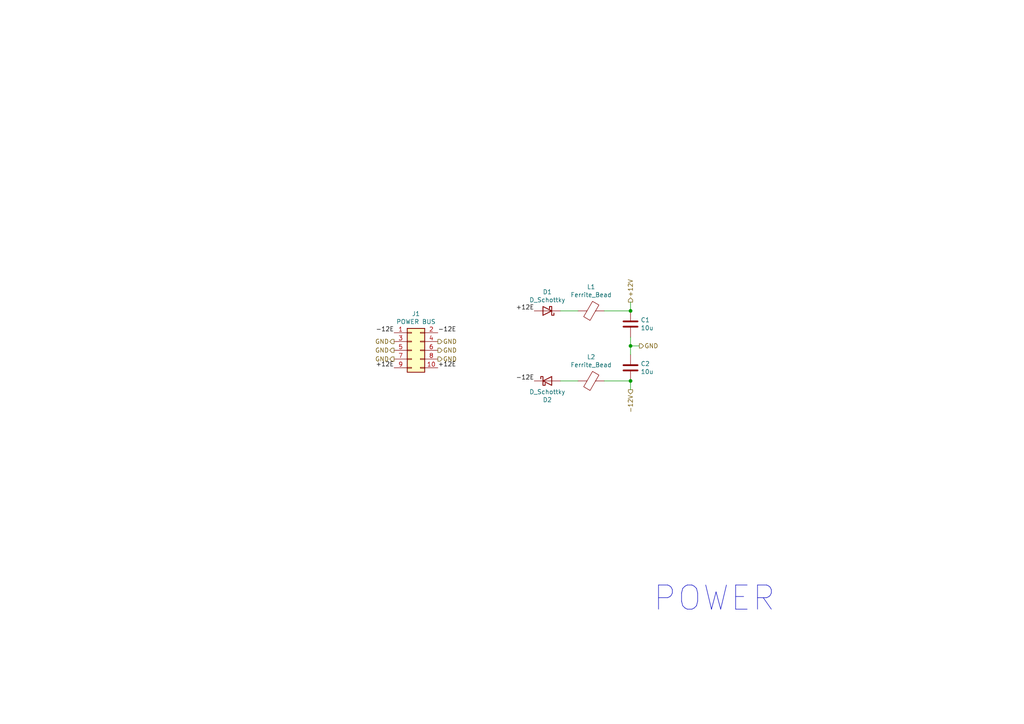
<source format=kicad_sch>
(kicad_sch (version 20211123) (generator eeschema)
  (paper "A4")
  (lib_symbols
    (symbol "Connector_Generic:Conn_02x05_Odd_Even" (pin_names (offset 1.016) hide)
      (property "Reference" "J" (at 1.27 7.62 0))
      (property "Value" "Conn_02x05_Odd_Even" (at 1.27 -7.62 0))
      (symbol "Conn_02x05_Odd_Even_1_1"
        (rectangle (start -1.27 -4.953) (end 0 -5.207) (stroke (width 0.1524)))
        (rectangle (start -1.27 -2.413) (end 0 -2.667) (stroke (width 0.1524)))
        (rectangle (start -1.27 0.127) (end 0 -0.127) (stroke (width 0.1524)))
        (rectangle (start -1.27 2.667) (end 0 2.413) (stroke (width 0.1524)))
        (rectangle (start -1.27 5.207) (end 0 4.953) (stroke (width 0.1524)))
        (rectangle (start -1.27 6.35) (end 3.81 -6.35) (stroke (width 0.254)) (fill (type background)))
        (rectangle (start 3.81 -4.953) (end 2.54 -5.207) (stroke (width 0.1524)))
        (rectangle (start 3.81 -2.413) (end 2.54 -2.667) (stroke (width 0.1524)))
        (rectangle (start 3.81 0.127) (end 2.54 -0.127) (stroke (width 0.1524)))
        (rectangle (start 3.81 2.667) (end 2.54 2.413) (stroke (width 0.1524)))
        (rectangle (start 3.81 5.207) (end 2.54 4.953) (stroke (width 0.1524)))
        (pin passive line (at -5.08 5.08 0) (length 3.81) (name "Pin_1") (number "1"))
        (pin passive line (at 7.62 -5.08 180) (length 3.81) (name "Pin_10") (number "10"))
        (pin passive line (at 7.62 5.08 180) (length 3.81) (name "Pin_2") (number "2"))
        (pin passive line (at -5.08 2.54 0) (length 3.81) (name "Pin_3") (number "3"))
        (pin passive line (at 7.62 2.54 180) (length 3.81) (name "Pin_4") (number "4"))
        (pin passive line (at -5.08 0 0) (length 3.81) (name "Pin_5") (number "5"))
        (pin passive line (at 7.62 0 180) (length 3.81) (name "Pin_6") (number "6"))
        (pin passive line (at -5.08 -2.54 0) (length 3.81) (name "Pin_7") (number "7"))
        (pin passive line (at 7.62 -2.54 180) (length 3.81) (name "Pin_8") (number "8"))
        (pin passive line (at -5.08 -5.08 0) (length 3.81) (name "Pin_9") (number "9"))
      )
    )
    (symbol "Device:C" (pin_numbers hide) (pin_names (offset 0.254))
      (property "Reference" "C" (at 0.635 2.54 0))
      (property "Value" "C" (at 0.635 -2.54 0))
      (symbol "C_0_1"
        (polyline (pts (xy -2.032 -0.762) (xy 2.032 -0.762)) (stroke (width 0.508)))
        (polyline (pts (xy -2.032 0.762) (xy 2.032 0.762)) (stroke (width 0.508)))
      )
      (symbol "C_1_1"
        (pin passive line (at 0 3.81 270) (length 2.794) (name "~") (number "1"))
        (pin passive line (at 0 -3.81 90) (length 2.794) (name "~") (number "2"))
      )
    )
    (symbol "Device:D_Schottky" (pin_numbers hide) (pin_names (offset 1.016) hide)
      (property "Reference" "D" (at 0 2.54 0))
      (property "Value" "D_Schottky" (at 0 -2.54 0))
      (symbol "D_Schottky_0_1"
        (polyline (pts (xy 1.27 0) (xy -1.27 0)))
        (polyline (pts (xy 1.27 1.27) (xy 1.27 -1.27) (xy -1.27 0) (xy 1.27 1.27)) (stroke (width 0.254)))
        (polyline (pts (xy -1.905 0.635) (xy -1.905 1.27) (xy -1.27 1.27) (xy -1.27 -1.27) (xy -0.635 -1.27) (xy -0.635 -0.635)) (stroke (width 0.254)))
      )
      (symbol "D_Schottky_1_1"
        (pin passive line (at -3.81 0 0) (length 2.54) (name "K") (number "1"))
        (pin passive line (at 3.81 0 180) (length 2.54) (name "A") (number "2"))
      )
    )
    (symbol "Device:FerriteBead" (pin_numbers hide) (pin_names (offset 0))
      (property "Reference" "FB" (at -3.81 0.635 90))
      (property "Value" "FerriteBead" (at 3.81 0 90))
      (symbol "FerriteBead_0_1"
        (polyline (pts (xy 0 -1.27) (xy 0 -1.2192)))
        (polyline (pts (xy 0 1.27) (xy 0 1.2954)))
        (polyline (pts (xy -2.7686 0.4064) (xy -1.7018 2.2606) (xy 2.7686 -0.3048) (xy 1.6764 -2.159) (xy -2.7686 0.4064)))
      )
      (symbol "FerriteBead_1_1"
        (pin passive line (at 0 3.81 270) (length 2.54) (name "~") (number "1"))
        (pin passive line (at 0 -3.81 90) (length 2.54) (name "~") (number "2"))
      )
    )
  )
  (junction (at 182.88 90.17))
  (junction (at 182.88 100.33))
  (junction (at 182.88 110.49))
  (wire (pts (xy 162.56 90.17) (xy 167.64 90.17)))
  (wire (pts (xy 175.26 110.49) (xy 182.88 110.49)))
  (wire (pts (xy 182.88 90.17) (xy 182.88 87.63)))
  (wire (pts (xy 182.88 97.79) (xy 182.88 100.33)))
  (wire (pts (xy 182.88 110.49) (xy 182.88 113.03)))
  (wire (pts (xy 162.56 110.49) (xy 167.64 110.49)))
  (wire (pts (xy 182.88 100.33) (xy 182.88 102.87)))
  (wire (pts (xy 182.88 100.33) (xy 185.42 100.33)))
  (wire (pts (xy 175.26 90.17) (xy 182.88 90.17)))
  (text "POWER" (at 189.23 177.8 0) (effects (font (size 7.0104 7.0104)) (justify left bottom)))
  (label "+12E" (at 114.3 106.68 180))
  (label "-12E" (at 114.3 96.52 180))
  (label "-12E" (at 127 96.52 0))
  (label "+12E" (at 127 106.68 0))
  (label "+12E" (at 154.94 90.17 180))
  (label "-12E" (at 154.94 110.49 180))
  (hierarchical_label "GND" (shape output) (at 114.3 104.14 180))
  (hierarchical_label "GND" (shape output) (at 127 99.06 0))
  (hierarchical_label "-12V" (shape output) (at 182.88 113.03 270))
  (hierarchical_label "+12V" (shape output) (at 182.88 87.63 90))
  (hierarchical_label "GND" (shape output) (at 114.3 101.6 180))
  (hierarchical_label "GND" (shape output) (at 127 104.14 0))
  (hierarchical_label "GND" (shape output) (at 185.42 100.33 0))
  (hierarchical_label "GND" (shape output) (at 127 101.6 0))
  (hierarchical_label "GND" (shape output) (at 114.3 99.06 180))
  (symbol (lib_id "Device:FerriteBead") (at 171.45 90.17 270) (unit 1)
    (property "Reference" "L1" (at 171.45 83.2104 90))
    (property "Value" "Ferrite_Bead" (at 171.45 85.5218 90))
    (property "Footprint" "Inductor_SMD:L_0603_1608Metric" (effects hide))
    (property "Device" "Ferrite Bead" (effects hide))
    (property "Description" "FERRITE BEAD 1 KOHM 0603 1LN" (effects hide))
    (property "Dist" "Digikey" (effects hide))
    (property "IPN" "732-1586-1" (effects hide))
    (property "Mounting" "SMT" (effects hide))
  )
  (symbol (lib_id "Device:D_Schottky") (at 158.75 90.17 180) (unit 1)
    (property "Reference" "D1" (at 158.75 84.6836 0))
    (property "Value" "D_Schottky" (at 158.75 86.995 0))
    (property "Footprint" "Diode_SMD:D_SOD-123" (effects hide))
    (property "Device" "Rectifier Diode" (effects hide))
    (property "Description" "DIODE SCHOTTKY 40V 1A SOD123" (effects hide))
    (property "IPN" "1N5819HW-FDICT" (effects hide))
    (property "Mounting" "SMT" (effects hide))
  )
  (symbol (lib_id "Device:D_Schottky") (at 158.75 110.49 0) (unit 1)
    (property "Reference" "D2" (at 158.75 115.9764 0))
    (property "Value" "D_Schottky" (at 158.75 113.665 0))
    (property "Footprint" "Diode_SMD:D_SOD-123" (effects hide))
    (property "Device" "Rectifier Diode" (effects hide))
    (property "Description" "DIODE SCHOTTKY 40V 1A SOD123" (effects hide))
    (property "IPN" "1N5819HW-FDICT" (effects hide))
    (property "Mounting" "SMT" (effects hide))
  )
  (symbol (lib_id "Device:FerriteBead") (at 171.45 110.49 270) (unit 1)
    (property "Reference" "L2" (at 171.45 103.5304 90))
    (property "Value" "Ferrite_Bead" (at 171.45 105.8418 90))
    (property "Footprint" "Inductor_SMD:L_0603_1608Metric" (effects hide))
    (property "Device" "Ferrite Bead" (effects hide))
    (property "Description" "FERRITE BEAD 1 KOHM 0603 1LN" (effects hide))
    (property "Dist" "Digikey" (effects hide))
    (property "IPN" "732-1586-1" (effects hide))
    (property "Mounting" "SMT" (effects hide))
  )
  (symbol (lib_id "Connector_Generic:Conn_02x05_Odd_Even") (at 119.38 101.6 0) (unit 1)
    (property "Reference" "J1" (at 120.65 91.0082 0))
    (property "Value" "POWER BUS" (at 120.65 93.3196 0))
    (property "Footprint" "Connector_IDC:IDC-Header_2x05_P2.54mm_Vertical" (effects hide))
    (property "Device" "IDC Header" (effects hide))
    (property "Description" "CONN HEADER VERT 10POS 2.54MM" (effects hide))
    (property "IPN" "732-2094" (effects hide))
    (property "Mounting" "THT" (effects hide))
  )
  (symbol (lib_id "Device:C") (at 182.88 106.68 0) (unit 1)
    (property "Reference" "C2" (at 185.801 105.5116 0) (effects (justify left)))
    (property "Value" "10u" (at 185.801 107.823 0) (effects (justify left)))
    (property "Footprint" "Capacitor_SMD:C_0805_2012Metric" (effects hide))
    (property "Device" "Ceramic Capacitor" (effects hide))
    (property "Description" "CAP CER 10UF 25V X5R 0805" (effects hide))
    (property "IPN" "1276-2891-1" (effects hide))
    (property "Mounting" "SMT" (effects hide))
  )
  (symbol (lib_id "Device:C") (at 182.88 93.98 0) (unit 1)
    (property "Reference" "C1" (at 185.801 92.8116 0) (effects (justify left)))
    (property "Value" "10u" (at 185.801 95.123 0) (effects (justify left)))
    (property "Footprint" "Capacitor_SMD:C_0805_2012Metric" (effects hide))
    (property "Device" "Ceramic Capacitor" (effects hide))
    (property "Description" "CAP CER 10UF 25V X5R 0805" (effects hide))
    (property "IPN" "1276-2891-1" (effects hide))
    (property "Mounting" "SMT" (effects hide))
  )
)
</source>
